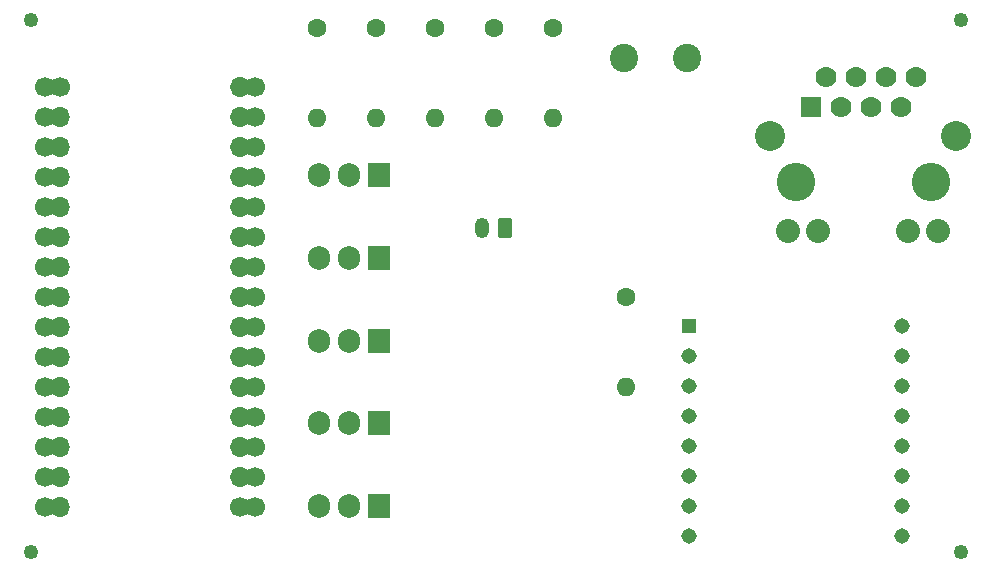
<source format=gbr>
%TF.GenerationSoftware,KiCad,Pcbnew,(6.0.6)*%
%TF.CreationDate,2022-06-23T08:54:45-07:00*%
%TF.ProjectId,KnightPCB,4b6e6967-6874-4504-9342-2e6b69636164,rev?*%
%TF.SameCoordinates,Original*%
%TF.FileFunction,Soldermask,Bot*%
%TF.FilePolarity,Negative*%
%FSLAX46Y46*%
G04 Gerber Fmt 4.6, Leading zero omitted, Abs format (unit mm)*
G04 Created by KiCad (PCBNEW (6.0.6)) date 2022-06-23 08:54:45*
%MOMM*%
%LPD*%
G01*
G04 APERTURE LIST*
G04 Aperture macros list*
%AMRoundRect*
0 Rectangle with rounded corners*
0 $1 Rounding radius*
0 $2 $3 $4 $5 $6 $7 $8 $9 X,Y pos of 4 corners*
0 Add a 4 corners polygon primitive as box body*
4,1,4,$2,$3,$4,$5,$6,$7,$8,$9,$2,$3,0*
0 Add four circle primitives for the rounded corners*
1,1,$1+$1,$2,$3*
1,1,$1+$1,$4,$5*
1,1,$1+$1,$6,$7*
1,1,$1+$1,$8,$9*
0 Add four rect primitives between the rounded corners*
20,1,$1+$1,$2,$3,$4,$5,0*
20,1,$1+$1,$4,$5,$6,$7,0*
20,1,$1+$1,$6,$7,$8,$9,0*
20,1,$1+$1,$8,$9,$2,$3,0*%
G04 Aperture macros list end*
%ADD10C,1.600000*%
%ADD11O,1.600000X1.600000*%
%ADD12R,1.308000X1.308000*%
%ADD13C,1.308000*%
%ADD14R,1.905000X2.000000*%
%ADD15O,1.905000X2.000000*%
%ADD16C,1.250000*%
%ADD17C,3.251200*%
%ADD18R,1.778000X1.778000*%
%ADD19C,1.778000*%
%ADD20C,2.032000*%
%ADD21C,2.540000*%
%ADD22C,2.400000*%
%ADD23C,1.700000*%
%ADD24O,1.700000X1.700000*%
%ADD25RoundRect,0.250000X0.350000X0.625000X-0.350000X0.625000X-0.350000X-0.625000X0.350000X-0.625000X0*%
%ADD26O,1.200000X1.750000*%
G04 APERTURE END LIST*
D10*
%TO.C,R10*%
X107750000Y-59380000D03*
D11*
X107750000Y-67000000D03*
%TD*%
D10*
%TO.C,R2*%
X96567500Y-36615000D03*
D11*
X96567500Y-44235000D03*
%TD*%
D12*
%TO.C,U1*%
X113015500Y-61910000D03*
D13*
X113015500Y-64450000D03*
X113015500Y-66990000D03*
X113015500Y-69530000D03*
X113015500Y-72070000D03*
X113015500Y-74610000D03*
X113015500Y-77150000D03*
X113015500Y-79690000D03*
X131049500Y-79690000D03*
X131049500Y-77150000D03*
X131049500Y-74610000D03*
X131049500Y-72070000D03*
X131049500Y-69530000D03*
X131049500Y-66990000D03*
X131049500Y-64450000D03*
X131049500Y-61910000D03*
%TD*%
D14*
%TO.C,Q1*%
X86800000Y-77105000D03*
D15*
X84260000Y-77105000D03*
X81720000Y-77105000D03*
%TD*%
D10*
%TO.C,R3*%
X91567500Y-36615000D03*
D11*
X91567500Y-44235000D03*
%TD*%
D10*
%TO.C,R4*%
X86567500Y-36615000D03*
D11*
X86567500Y-44235000D03*
%TD*%
D16*
%TO.C,H1*%
X57350000Y-36000000D03*
%TD*%
D17*
%TO.C,J1*%
X133510000Y-49705000D03*
X122080000Y-49705000D03*
D18*
X123350000Y-43355000D03*
D19*
X124620000Y-40815000D03*
X125890000Y-43355000D03*
X127160000Y-40815000D03*
X128430000Y-43355000D03*
X129700000Y-40815000D03*
X130970000Y-43355000D03*
X132240000Y-40815000D03*
D20*
X134094200Y-53819800D03*
X131579600Y-53819800D03*
X123985000Y-53819800D03*
X121470400Y-53819800D03*
D21*
X135669000Y-45818800D03*
X119921000Y-45818800D03*
%TD*%
D10*
%TO.C,R5*%
X81567500Y-36615000D03*
D11*
X81567500Y-44235000D03*
%TD*%
D14*
%TO.C,Q5*%
X86800000Y-49105000D03*
D15*
X84260000Y-49105000D03*
X81720000Y-49105000D03*
%TD*%
D16*
%TO.C,H4*%
X136050000Y-81000000D03*
%TD*%
D14*
%TO.C,Q3*%
X86800000Y-63105000D03*
D15*
X84260000Y-63105000D03*
X81720000Y-63105000D03*
%TD*%
D10*
%TO.C,R1*%
X101567500Y-36615000D03*
D11*
X101567500Y-44235000D03*
%TD*%
D22*
%TO.C,SW1*%
X112850000Y-39200000D03*
X107550000Y-39200000D03*
%TD*%
D23*
%TO.C,A1*%
X76290000Y-77205000D03*
X75020000Y-77205000D03*
D24*
X75020000Y-74665000D03*
D23*
X76290000Y-74665000D03*
D24*
X75020000Y-72125000D03*
D23*
X76290000Y-72125000D03*
D24*
X75020000Y-69585000D03*
D23*
X76290000Y-69585000D03*
D24*
X75020000Y-67045000D03*
D23*
X76290000Y-67045000D03*
D24*
X75020000Y-64505000D03*
D23*
X76290000Y-64505000D03*
D24*
X75020000Y-61965000D03*
D23*
X76290000Y-61965000D03*
D24*
X75020000Y-59425000D03*
D23*
X76290000Y-59425000D03*
X76290000Y-56885000D03*
D24*
X75020000Y-56885000D03*
X75020000Y-54345000D03*
D23*
X76290000Y-54345000D03*
D24*
X75020000Y-51805000D03*
D23*
X76290000Y-51805000D03*
X76290000Y-49265000D03*
D24*
X75020000Y-49265000D03*
X75020000Y-46725000D03*
D23*
X76290000Y-46725000D03*
D24*
X75020000Y-44185000D03*
D23*
X76290000Y-44185000D03*
X76290000Y-41645000D03*
D24*
X75020000Y-41645000D03*
D23*
X58510000Y-41645000D03*
X59780000Y-41645000D03*
X58510000Y-44185000D03*
D24*
X59780000Y-44185000D03*
D23*
X58510000Y-46725000D03*
D24*
X59780000Y-46725000D03*
D23*
X58510000Y-49265000D03*
D24*
X59780000Y-49265000D03*
D23*
X58510000Y-51805000D03*
D24*
X59780000Y-51805000D03*
D23*
X58510000Y-54345000D03*
D24*
X59780000Y-54345000D03*
X59780000Y-56885000D03*
D23*
X58510000Y-56885000D03*
X58510000Y-59425000D03*
D24*
X59780000Y-59425000D03*
X59780000Y-61965000D03*
D23*
X58510000Y-61965000D03*
X58510000Y-64505000D03*
D24*
X59780000Y-64505000D03*
D23*
X58510000Y-67045000D03*
D24*
X59780000Y-67045000D03*
X59780000Y-69585000D03*
D23*
X58510000Y-69585000D03*
X58510000Y-72125000D03*
D24*
X59780000Y-72125000D03*
D23*
X58510000Y-74665000D03*
D24*
X59780000Y-74665000D03*
X59780000Y-77205000D03*
D23*
X58510000Y-77205000D03*
%TD*%
D14*
%TO.C,Q4*%
X86800000Y-56105000D03*
D15*
X84260000Y-56105000D03*
X81720000Y-56105000D03*
%TD*%
D16*
%TO.C,H2*%
X136050000Y-36000000D03*
%TD*%
D14*
%TO.C,Q2*%
X86800000Y-70105000D03*
D15*
X84260000Y-70105000D03*
X81720000Y-70105000D03*
%TD*%
D16*
%TO.C,H3*%
X57350000Y-81000000D03*
%TD*%
D25*
%TO.C,J0+12v1*%
X97500000Y-53600000D03*
D26*
X95500000Y-53600000D03*
%TD*%
M02*

</source>
